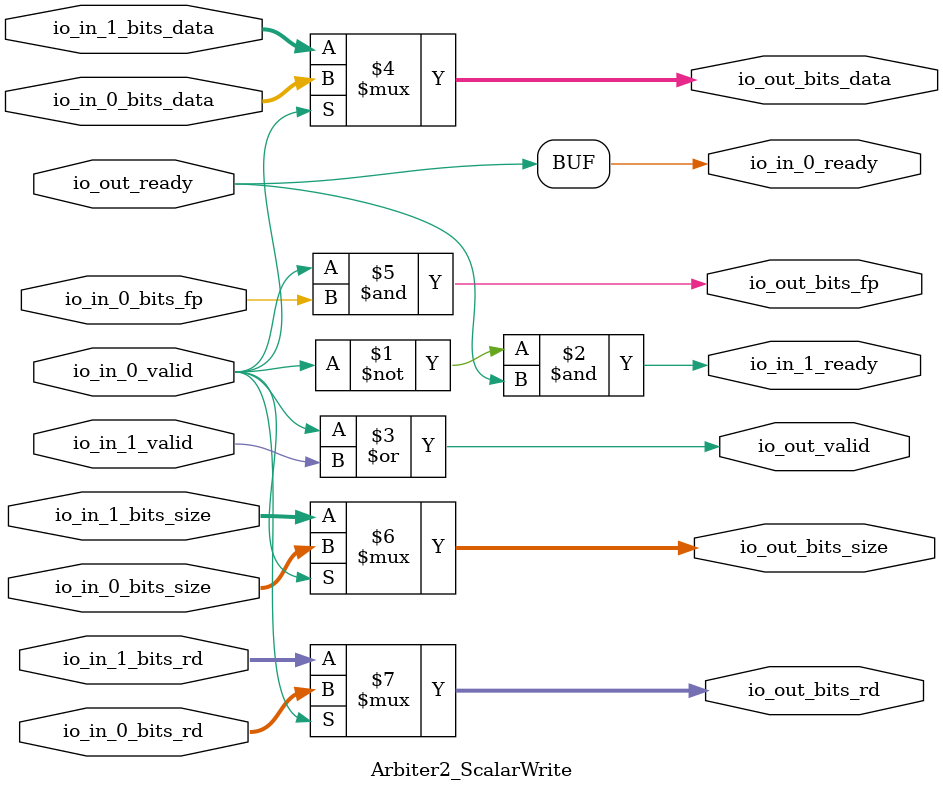
<source format=sv>
`ifndef RANDOMIZE
  `ifdef RANDOMIZE_REG_INIT
    `define RANDOMIZE
  `endif // RANDOMIZE_REG_INIT
`endif // not def RANDOMIZE
`ifndef RANDOMIZE
  `ifdef RANDOMIZE_MEM_INIT
    `define RANDOMIZE
  `endif // RANDOMIZE_MEM_INIT
`endif // not def RANDOMIZE

`ifndef RANDOM
  `define RANDOM $random
`endif // not def RANDOM

// Users can define 'PRINTF_COND' to add an extra gate to prints.
`ifndef PRINTF_COND_
  `ifdef PRINTF_COND
    `define PRINTF_COND_ (`PRINTF_COND)
  `else  // PRINTF_COND
    `define PRINTF_COND_ 1
  `endif // PRINTF_COND
`endif // not def PRINTF_COND_

// Users can define 'ASSERT_VERBOSE_COND' to add an extra gate to assert error printing.
`ifndef ASSERT_VERBOSE_COND_
  `ifdef ASSERT_VERBOSE_COND
    `define ASSERT_VERBOSE_COND_ (`ASSERT_VERBOSE_COND)
  `else  // ASSERT_VERBOSE_COND
    `define ASSERT_VERBOSE_COND_ 1
  `endif // ASSERT_VERBOSE_COND
`endif // not def ASSERT_VERBOSE_COND_

// Users can define 'STOP_COND' to add an extra gate to stop conditions.
`ifndef STOP_COND_
  `ifdef STOP_COND
    `define STOP_COND_ (`STOP_COND)
  `else  // STOP_COND
    `define STOP_COND_ 1
  `endif // STOP_COND
`endif // not def STOP_COND_

// Users can define INIT_RANDOM as general code that gets injected into the
// initializer block for modules with registers.
`ifndef INIT_RANDOM
  `define INIT_RANDOM
`endif // not def INIT_RANDOM

// If using random initialization, you can also define RANDOMIZE_DELAY to
// customize the delay used, otherwise 0.002 is used.
`ifndef RANDOMIZE_DELAY
  `define RANDOMIZE_DELAY 0.002
`endif // not def RANDOMIZE_DELAY

// Define INIT_RANDOM_PROLOG_ for use in our modules below.
`ifndef INIT_RANDOM_PROLOG_
  `ifdef RANDOMIZE
    `ifdef VERILATOR
      `define INIT_RANDOM_PROLOG_ `INIT_RANDOM
    `else  // VERILATOR
      `define INIT_RANDOM_PROLOG_ `INIT_RANDOM #`RANDOMIZE_DELAY begin end
    `endif // VERILATOR
  `else  // RANDOMIZE
    `define INIT_RANDOM_PROLOG_
  `endif // RANDOMIZE
`endif // not def INIT_RANDOM_PROLOG_

// Include register initializers in init blocks unless synthesis is set
`ifndef SYNTHESIS
  `ifndef ENABLE_INITIAL_REG_
    `define ENABLE_INITIAL_REG_
  `endif // not def ENABLE_INITIAL_REG_
`endif // not def SYNTHESIS

// Include rmemory initializers in init blocks unless synthesis is set
`ifndef SYNTHESIS
  `ifndef ENABLE_INITIAL_MEM_
    `define ENABLE_INITIAL_MEM_
  `endif // not def ENABLE_INITIAL_MEM_
`endif // not def SYNTHESIS

module Arbiter2_ScalarWrite(	// @[src/main/scala/chisel3/util/Arbiter.scala:133:7]
  output        io_in_0_ready,	// @[src/main/scala/chisel3/util/Arbiter.scala:140:14]
  input         io_in_0_valid,	// @[src/main/scala/chisel3/util/Arbiter.scala:140:14]
  input  [63:0] io_in_0_bits_data,	// @[src/main/scala/chisel3/util/Arbiter.scala:140:14]
  input         io_in_0_bits_fp,	// @[src/main/scala/chisel3/util/Arbiter.scala:140:14]
  input  [1:0]  io_in_0_bits_size,	// @[src/main/scala/chisel3/util/Arbiter.scala:140:14]
  input  [4:0]  io_in_0_bits_rd,	// @[src/main/scala/chisel3/util/Arbiter.scala:140:14]
  output        io_in_1_ready,	// @[src/main/scala/chisel3/util/Arbiter.scala:140:14]
  input         io_in_1_valid,	// @[src/main/scala/chisel3/util/Arbiter.scala:140:14]
  input  [63:0] io_in_1_bits_data,	// @[src/main/scala/chisel3/util/Arbiter.scala:140:14]
  input  [1:0]  io_in_1_bits_size,	// @[src/main/scala/chisel3/util/Arbiter.scala:140:14]
  input  [4:0]  io_in_1_bits_rd,	// @[src/main/scala/chisel3/util/Arbiter.scala:140:14]
  input         io_out_ready,	// @[src/main/scala/chisel3/util/Arbiter.scala:140:14]
  output        io_out_valid,	// @[src/main/scala/chisel3/util/Arbiter.scala:140:14]
  output [63:0] io_out_bits_data,	// @[src/main/scala/chisel3/util/Arbiter.scala:140:14]
  output        io_out_bits_fp,	// @[src/main/scala/chisel3/util/Arbiter.scala:140:14]
  output [1:0]  io_out_bits_size,	// @[src/main/scala/chisel3/util/Arbiter.scala:140:14]
  output [4:0]  io_out_bits_rd	// @[src/main/scala/chisel3/util/Arbiter.scala:140:14]
);

  assign io_in_0_ready = io_out_ready;	// @[src/main/scala/chisel3/util/Arbiter.scala:133:7]
  assign io_in_1_ready = ~io_in_0_valid & io_out_ready;	// @[src/main/scala/chisel3/util/Arbiter.scala:45:78, :133:7, :153:19]
  assign io_out_valid = io_in_0_valid | io_in_1_valid;	// @[src/main/scala/chisel3/util/Arbiter.scala:133:7, :154:31]
  assign io_out_bits_data = io_in_0_valid ? io_in_0_bits_data : io_in_1_bits_data;	// @[src/main/scala/chisel3/util/Arbiter.scala:133:7, :143:15, :145:26, :147:19]
  assign io_out_bits_fp = io_in_0_valid & io_in_0_bits_fp;	// @[src/main/scala/chisel3/util/Arbiter.scala:133:7, :143:15, :145:26, :147:19]
  assign io_out_bits_size = io_in_0_valid ? io_in_0_bits_size : io_in_1_bits_size;	// @[src/main/scala/chisel3/util/Arbiter.scala:133:7, :143:15, :145:26, :147:19]
  assign io_out_bits_rd = io_in_0_valid ? io_in_0_bits_rd : io_in_1_bits_rd;	// @[src/main/scala/chisel3/util/Arbiter.scala:133:7, :143:15, :145:26, :147:19]
endmodule


</source>
